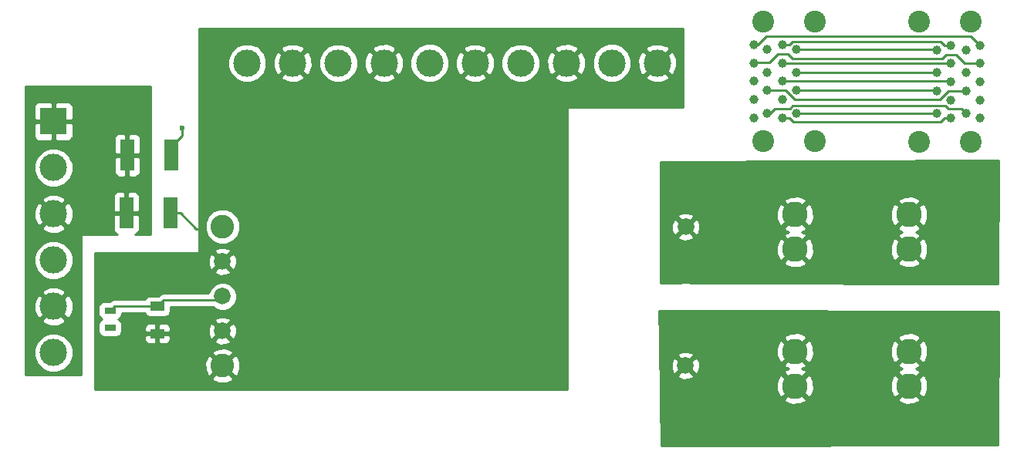
<source format=gbr>
G04 #@! TF.FileFunction,Copper,L1,Top,Signal*
%FSLAX46Y46*%
G04 Gerber Fmt 4.6, Leading zero omitted, Abs format (unit mm)*
G04 Created by KiCad (PCBNEW 4.0.7) date 04/30/18 00:58:58*
%MOMM*%
%LPD*%
G01*
G04 APERTURE LIST*
%ADD10C,0.100000*%
%ADD11R,1.600000X1.000000*%
%ADD12R,3.000000X3.000000*%
%ADD13C,3.000000*%
%ADD14C,2.800000*%
%ADD15C,2.590000*%
%ADD16C,1.830000*%
%ADD17R,1.600000X3.500000*%
%ADD18R,1.300000X0.700000*%
%ADD19C,2.400000*%
%ADD20C,1.000000*%
%ADD21C,0.600000*%
%ADD22C,0.250000*%
%ADD23C,0.254000*%
G04 APERTURE END LIST*
D10*
D11*
X74038032Y-146143286D03*
X74038032Y-143143286D03*
D12*
X62649100Y-122834400D03*
D13*
X62649100Y-127914400D03*
X62649100Y-132994400D03*
X62649100Y-138074400D03*
X62649100Y-143154400D03*
X62649100Y-148234400D03*
D14*
X144014800Y-133080600D03*
X144014800Y-136880600D03*
X156514800Y-133080600D03*
X156514800Y-136880600D03*
X144014800Y-148080600D03*
X144014800Y-151880600D03*
X156514800Y-148080600D03*
X156514800Y-151880600D03*
D15*
X81188700Y-149662000D03*
X81188700Y-134372000D03*
D16*
X81188700Y-145852000D03*
X81188700Y-142042000D03*
X81188700Y-138232000D03*
X131988700Y-149662000D03*
X132008700Y-134422000D03*
D17*
X70621440Y-132904538D03*
X75498240Y-132904538D03*
X75599840Y-126554538D03*
X70723040Y-126554538D03*
D13*
X128888700Y-116432000D03*
X123898700Y-116422000D03*
X118898700Y-116422000D03*
X113888700Y-116432000D03*
X108888700Y-116432000D03*
X103898700Y-116422000D03*
X98898700Y-116422000D03*
X93888700Y-116432000D03*
X88888700Y-116432000D03*
X83888700Y-116432000D03*
D18*
X68856432Y-145491686D03*
X68856432Y-143591686D03*
D19*
X157574500Y-125042200D03*
X163254500Y-125042200D03*
X163254500Y-111902200D03*
X157584500Y-111902200D03*
D20*
X159574500Y-114972200D03*
X159574500Y-121972200D03*
X159574500Y-119472200D03*
X159574500Y-117472200D03*
X161074500Y-114472200D03*
X161074500Y-116472200D03*
X161074500Y-118462200D03*
X161074500Y-120472200D03*
X161074500Y-122472200D03*
X162774500Y-121972200D03*
X162774500Y-119472200D03*
X162774500Y-117472200D03*
X162774500Y-114972200D03*
X164274500Y-114472200D03*
X164274500Y-116472200D03*
X164274500Y-118472200D03*
X164274500Y-120472200D03*
X164274500Y-122472200D03*
D19*
X146161600Y-125001600D03*
X140481600Y-125001600D03*
X140481600Y-111861600D03*
X146151600Y-111861600D03*
D20*
X144161600Y-114931600D03*
X144161600Y-121931600D03*
X144161600Y-119431600D03*
X144161600Y-117431600D03*
X142661600Y-114431600D03*
X142661600Y-116431600D03*
X142661600Y-118421600D03*
X142661600Y-120431600D03*
X142661600Y-122431600D03*
X140961600Y-121931600D03*
X140961600Y-119431600D03*
X140961600Y-117431600D03*
X140961600Y-114931600D03*
X139461600Y-114431600D03*
X139461600Y-116431600D03*
X139461600Y-118431600D03*
X139461600Y-120431600D03*
X139461600Y-122431600D03*
D21*
X76788700Y-123532000D03*
D22*
X75599840Y-126554538D02*
X75599840Y-125604538D01*
X75599840Y-125604538D02*
X76788700Y-124415678D01*
X76788700Y-124415678D02*
X76788700Y-123532000D01*
X78275702Y-134632000D02*
X78688700Y-134632000D01*
X75498240Y-132904538D02*
X76548240Y-132904538D01*
X76548240Y-132904538D02*
X78275702Y-134632000D01*
X74038032Y-143143286D02*
X69304832Y-143143286D01*
X69304832Y-143143286D02*
X68856432Y-143591686D01*
X81188700Y-142432000D02*
X74749318Y-142432000D01*
X74749318Y-142432000D02*
X74038032Y-143143286D01*
X159533900Y-114931600D02*
X159574500Y-114972200D01*
X144161600Y-114931600D02*
X159533900Y-114931600D01*
X144161600Y-121931600D02*
X159533900Y-121931600D01*
X159533900Y-121931600D02*
X159574500Y-121972200D01*
X144161600Y-119431600D02*
X159533900Y-119431600D01*
X159533900Y-119431600D02*
X159574500Y-119472200D01*
X144161600Y-117431600D02*
X159533900Y-117431600D01*
X159533900Y-117431600D02*
X159574500Y-117472200D01*
X143743696Y-114056610D02*
X159951804Y-114056610D01*
X142661600Y-114431600D02*
X143368706Y-114431600D01*
X159951804Y-114056610D02*
X160367394Y-114472200D01*
X143368706Y-114431600D02*
X143743696Y-114056610D01*
X160367394Y-114472200D02*
X161074500Y-114472200D01*
X142661600Y-116431600D02*
X161033900Y-116431600D01*
X161033900Y-116431600D02*
X161074500Y-116472200D01*
X142661600Y-118421600D02*
X161033900Y-118421600D01*
X161033900Y-118421600D02*
X161074500Y-118462200D01*
X161033900Y-120431600D02*
X161074500Y-120472200D01*
X142661600Y-122431600D02*
X143368706Y-122431600D01*
X143368706Y-122431600D02*
X143784296Y-122847190D01*
X143784296Y-122847190D02*
X159992404Y-122847190D01*
X159992404Y-122847190D02*
X160367394Y-122472200D01*
X160367394Y-122472200D02*
X161074500Y-122472200D01*
X140961600Y-121931600D02*
X141264849Y-121931600D01*
X141264849Y-121931600D02*
X141764848Y-121431601D01*
X141764848Y-121431601D02*
X143440597Y-121431601D01*
X143440597Y-121431601D02*
X143765599Y-121106599D01*
X143765599Y-121106599D02*
X160487897Y-121106599D01*
X160487897Y-121106599D02*
X160853499Y-121472201D01*
X160853499Y-121472201D02*
X162274501Y-121472201D01*
X162274501Y-121472201D02*
X162774500Y-121972200D01*
X140961600Y-119431600D02*
X142940598Y-119431600D01*
X160853498Y-119472200D02*
X162067394Y-119472200D01*
X162067394Y-119472200D02*
X162774500Y-119472200D01*
X142940598Y-119431600D02*
X143976061Y-120467063D01*
X143976061Y-120467063D02*
X159858635Y-120467063D01*
X159858635Y-120467063D02*
X160853498Y-119472200D01*
X139461600Y-114431600D02*
X139913605Y-114431600D01*
X139913605Y-114431600D02*
X140887689Y-113457516D01*
X140887689Y-113457516D02*
X163259816Y-113457516D01*
X163259816Y-113457516D02*
X164274500Y-114472200D01*
X139461600Y-116431600D02*
X139508003Y-116385197D01*
X142122315Y-115463372D02*
X143203922Y-115463372D01*
X139508003Y-116385197D02*
X141200490Y-116385197D01*
X160561940Y-115496029D02*
X161635551Y-115496029D01*
X141200490Y-116385197D02*
X142122315Y-115463372D01*
X143203922Y-115463372D02*
X143687725Y-115947175D01*
X143687725Y-115947175D02*
X160110794Y-115947175D01*
X161635551Y-115496029D02*
X162611722Y-116472200D01*
X160110794Y-115947175D02*
X160561940Y-115496029D01*
X163567394Y-116472200D02*
X164274500Y-116472200D01*
X162611722Y-116472200D02*
X163567394Y-116472200D01*
D23*
G36*
X131711700Y-121285000D02*
X119138700Y-121285000D01*
X119089290Y-121295006D01*
X119047665Y-121323447D01*
X119020385Y-121365841D01*
X119011700Y-121412000D01*
X119011700Y-152273000D01*
X67195700Y-152273000D01*
X67195700Y-151027846D01*
X80002459Y-151027846D01*
X80137206Y-151325322D01*
X80853772Y-151601099D01*
X81621328Y-151581665D01*
X82240194Y-151325322D01*
X82374941Y-151027846D01*
X81188700Y-149841605D01*
X80002459Y-151027846D01*
X67195700Y-151027846D01*
X67195700Y-149327072D01*
X79249601Y-149327072D01*
X79269035Y-150094628D01*
X79525378Y-150713494D01*
X79822854Y-150848241D01*
X81009095Y-149662000D01*
X81368305Y-149662000D01*
X82554546Y-150848241D01*
X82852022Y-150713494D01*
X83127799Y-149996928D01*
X83108365Y-149229372D01*
X82852022Y-148610506D01*
X82554546Y-148475759D01*
X81368305Y-149662000D01*
X81009095Y-149662000D01*
X79822854Y-148475759D01*
X79525378Y-148610506D01*
X79249601Y-149327072D01*
X67195700Y-149327072D01*
X67195700Y-148296154D01*
X80002459Y-148296154D01*
X81188700Y-149482395D01*
X82374941Y-148296154D01*
X82240194Y-147998678D01*
X81523628Y-147722901D01*
X80756072Y-147742335D01*
X80137206Y-147998678D01*
X80002459Y-148296154D01*
X67195700Y-148296154D01*
X67195700Y-143241686D01*
X67558992Y-143241686D01*
X67558992Y-143941686D01*
X67603270Y-144177003D01*
X67742342Y-144393127D01*
X67954542Y-144538117D01*
X67967629Y-144540767D01*
X67754991Y-144677596D01*
X67610001Y-144889796D01*
X67558992Y-145141686D01*
X67558992Y-145841686D01*
X67603270Y-146077003D01*
X67742342Y-146293127D01*
X67954542Y-146438117D01*
X68206432Y-146489126D01*
X69506432Y-146489126D01*
X69741749Y-146444848D01*
X69766321Y-146429036D01*
X72603032Y-146429036D01*
X72603032Y-146769595D01*
X72699705Y-147002984D01*
X72878333Y-147181613D01*
X73111722Y-147278286D01*
X73752282Y-147278286D01*
X73911032Y-147119536D01*
X73911032Y-146270286D01*
X74165032Y-146270286D01*
X74165032Y-147119536D01*
X74323782Y-147278286D01*
X74964342Y-147278286D01*
X75197731Y-147181613D01*
X75376359Y-147002984D01*
X75401197Y-146943018D01*
X80277287Y-146943018D01*
X80365534Y-147201057D01*
X80944455Y-147413378D01*
X81560561Y-147387994D01*
X82011866Y-147201057D01*
X82100113Y-146943018D01*
X81188700Y-146031605D01*
X80277287Y-146943018D01*
X75401197Y-146943018D01*
X75473032Y-146769595D01*
X75473032Y-146429036D01*
X75314282Y-146270286D01*
X74165032Y-146270286D01*
X73911032Y-146270286D01*
X72761782Y-146270286D01*
X72603032Y-146429036D01*
X69766321Y-146429036D01*
X69957873Y-146305776D01*
X70102863Y-146093576D01*
X70153872Y-145841686D01*
X70153872Y-145516977D01*
X72603032Y-145516977D01*
X72603032Y-145857536D01*
X72761782Y-146016286D01*
X73911032Y-146016286D01*
X73911032Y-145167036D01*
X74165032Y-145167036D01*
X74165032Y-146016286D01*
X75314282Y-146016286D01*
X75473032Y-145857536D01*
X75473032Y-145607755D01*
X79627322Y-145607755D01*
X79652706Y-146223861D01*
X79839643Y-146675166D01*
X80097682Y-146763413D01*
X81009095Y-145852000D01*
X81368305Y-145852000D01*
X82279718Y-146763413D01*
X82537757Y-146675166D01*
X82750078Y-146096245D01*
X82724694Y-145480139D01*
X82537757Y-145028834D01*
X82279718Y-144940587D01*
X81368305Y-145852000D01*
X81009095Y-145852000D01*
X80097682Y-144940587D01*
X79839643Y-145028834D01*
X79627322Y-145607755D01*
X75473032Y-145607755D01*
X75473032Y-145516977D01*
X75376359Y-145283588D01*
X75197731Y-145104959D01*
X74964342Y-145008286D01*
X74323782Y-145008286D01*
X74165032Y-145167036D01*
X73911032Y-145167036D01*
X73752282Y-145008286D01*
X73111722Y-145008286D01*
X72878333Y-145104959D01*
X72699705Y-145283588D01*
X72603032Y-145516977D01*
X70153872Y-145516977D01*
X70153872Y-145141686D01*
X70109594Y-144906369D01*
X70016041Y-144760982D01*
X80277287Y-144760982D01*
X81188700Y-145672395D01*
X82100113Y-144760982D01*
X82011866Y-144502943D01*
X81432945Y-144290622D01*
X80816839Y-144316006D01*
X80365534Y-144502943D01*
X80277287Y-144760982D01*
X70016041Y-144760982D01*
X69970522Y-144690245D01*
X69758322Y-144545255D01*
X69745235Y-144542605D01*
X69957873Y-144405776D01*
X70102863Y-144193576D01*
X70153872Y-143941686D01*
X70153872Y-143903286D01*
X72650753Y-143903286D01*
X72773942Y-144094727D01*
X72986142Y-144239717D01*
X73238032Y-144290726D01*
X74838032Y-144290726D01*
X75073349Y-144246448D01*
X75289473Y-144107376D01*
X75434463Y-143895176D01*
X75485472Y-143643286D01*
X75485472Y-143192000D01*
X80146574Y-143192000D01*
X80309549Y-143355260D01*
X80879033Y-143591730D01*
X81495661Y-143592268D01*
X82065557Y-143356792D01*
X82501960Y-142921151D01*
X82738430Y-142351667D01*
X82738968Y-141735039D01*
X82503492Y-141165143D01*
X82067851Y-140728740D01*
X81498367Y-140492270D01*
X80881739Y-140491732D01*
X80311843Y-140727208D01*
X79875440Y-141162849D01*
X79664022Y-141672000D01*
X74749318Y-141672000D01*
X74458478Y-141729852D01*
X74211917Y-141894599D01*
X74110670Y-141995846D01*
X73238032Y-141995846D01*
X73002715Y-142040124D01*
X72786591Y-142179196D01*
X72647142Y-142383286D01*
X69304832Y-142383286D01*
X69013992Y-142441138D01*
X68784850Y-142594246D01*
X68206432Y-142594246D01*
X67971115Y-142638524D01*
X67754991Y-142777596D01*
X67610001Y-142989796D01*
X67558992Y-143241686D01*
X67195700Y-143241686D01*
X67195700Y-139323018D01*
X80277287Y-139323018D01*
X80365534Y-139581057D01*
X80944455Y-139793378D01*
X81560561Y-139767994D01*
X82011866Y-139581057D01*
X82100113Y-139323018D01*
X81188700Y-138411605D01*
X80277287Y-139323018D01*
X67195700Y-139323018D01*
X67195700Y-137987755D01*
X79627322Y-137987755D01*
X79652706Y-138603861D01*
X79839643Y-139055166D01*
X80097682Y-139143413D01*
X81009095Y-138232000D01*
X81368305Y-138232000D01*
X82279718Y-139143413D01*
X82537757Y-139055166D01*
X82750078Y-138476245D01*
X82724694Y-137860139D01*
X82537757Y-137408834D01*
X82279718Y-137320587D01*
X81368305Y-138232000D01*
X81009095Y-138232000D01*
X80097682Y-137320587D01*
X79839643Y-137408834D01*
X79627322Y-137987755D01*
X67195700Y-137987755D01*
X67195700Y-137287000D01*
X78498700Y-137287000D01*
X78548110Y-137276994D01*
X78589735Y-137248553D01*
X78617015Y-137206159D01*
X78625700Y-137160000D01*
X78625700Y-137140982D01*
X80277287Y-137140982D01*
X81188700Y-138052395D01*
X82100113Y-137140982D01*
X82011866Y-136882943D01*
X81432945Y-136670622D01*
X80816839Y-136696006D01*
X80365534Y-136882943D01*
X80277287Y-137140982D01*
X78625700Y-137140982D01*
X78625700Y-134754216D01*
X79258366Y-134754216D01*
X79551572Y-135463829D01*
X80094015Y-136007220D01*
X80803115Y-136301664D01*
X81570916Y-136302334D01*
X82280529Y-136009128D01*
X82823920Y-135466685D01*
X83118364Y-134757585D01*
X83119034Y-133989784D01*
X82825828Y-133280171D01*
X82283385Y-132736780D01*
X81574285Y-132442336D01*
X80806484Y-132441666D01*
X80096871Y-132734872D01*
X79553480Y-133277315D01*
X79259036Y-133986415D01*
X79258366Y-134754216D01*
X78625700Y-134754216D01*
X78625700Y-116854815D01*
X81753330Y-116854815D01*
X82077680Y-117639800D01*
X82677741Y-118240909D01*
X83462159Y-118566628D01*
X84311515Y-118567370D01*
X85096500Y-118243020D01*
X85394068Y-117945970D01*
X87554335Y-117945970D01*
X87714118Y-118264739D01*
X88504887Y-118574723D01*
X89354087Y-118558497D01*
X90063282Y-118264739D01*
X90223065Y-117945970D01*
X88888700Y-116611605D01*
X87554335Y-117945970D01*
X85394068Y-117945970D01*
X85697609Y-117642959D01*
X86023328Y-116858541D01*
X86024035Y-116048187D01*
X86745977Y-116048187D01*
X86762203Y-116897387D01*
X87055961Y-117606582D01*
X87374730Y-117766365D01*
X88709095Y-116432000D01*
X89068305Y-116432000D01*
X90402670Y-117766365D01*
X90721439Y-117606582D01*
X91016134Y-116854815D01*
X91753330Y-116854815D01*
X92077680Y-117639800D01*
X92677741Y-118240909D01*
X93462159Y-118566628D01*
X94311515Y-118567370D01*
X95096500Y-118243020D01*
X95404086Y-117935970D01*
X97564335Y-117935970D01*
X97724118Y-118254739D01*
X98514887Y-118564723D01*
X99364087Y-118548497D01*
X100073282Y-118254739D01*
X100233065Y-117935970D01*
X98898700Y-116601605D01*
X97564335Y-117935970D01*
X95404086Y-117935970D01*
X95697609Y-117642959D01*
X96023328Y-116858541D01*
X96024044Y-116038187D01*
X96755977Y-116038187D01*
X96772203Y-116887387D01*
X97065961Y-117596582D01*
X97384730Y-117756365D01*
X98719095Y-116422000D01*
X99078305Y-116422000D01*
X100412670Y-117756365D01*
X100731439Y-117596582D01*
X101026134Y-116844815D01*
X101763330Y-116844815D01*
X102087680Y-117629800D01*
X102687741Y-118230909D01*
X103472159Y-118556628D01*
X104321515Y-118557370D01*
X105106500Y-118233020D01*
X105394051Y-117945970D01*
X107554335Y-117945970D01*
X107714118Y-118264739D01*
X108504887Y-118574723D01*
X109354087Y-118558497D01*
X110063282Y-118264739D01*
X110223065Y-117945970D01*
X108888700Y-116611605D01*
X107554335Y-117945970D01*
X105394051Y-117945970D01*
X105707609Y-117632959D01*
X106033328Y-116848541D01*
X106034027Y-116048187D01*
X106745977Y-116048187D01*
X106762203Y-116897387D01*
X107055961Y-117606582D01*
X107374730Y-117766365D01*
X108709095Y-116432000D01*
X109068305Y-116432000D01*
X110402670Y-117766365D01*
X110721439Y-117606582D01*
X111016134Y-116854815D01*
X111753330Y-116854815D01*
X112077680Y-117639800D01*
X112677741Y-118240909D01*
X113462159Y-118566628D01*
X114311515Y-118567370D01*
X115096500Y-118243020D01*
X115404086Y-117935970D01*
X117564335Y-117935970D01*
X117724118Y-118254739D01*
X118514887Y-118564723D01*
X119364087Y-118548497D01*
X120073282Y-118254739D01*
X120233065Y-117935970D01*
X118898700Y-116601605D01*
X117564335Y-117935970D01*
X115404086Y-117935970D01*
X115697609Y-117642959D01*
X116023328Y-116858541D01*
X116024044Y-116038187D01*
X116755977Y-116038187D01*
X116772203Y-116887387D01*
X117065961Y-117596582D01*
X117384730Y-117756365D01*
X118719095Y-116422000D01*
X119078305Y-116422000D01*
X120412670Y-117756365D01*
X120731439Y-117596582D01*
X121026134Y-116844815D01*
X121763330Y-116844815D01*
X122087680Y-117629800D01*
X122687741Y-118230909D01*
X123472159Y-118556628D01*
X124321515Y-118557370D01*
X125106500Y-118233020D01*
X125394051Y-117945970D01*
X127554335Y-117945970D01*
X127714118Y-118264739D01*
X128504887Y-118574723D01*
X129354087Y-118558497D01*
X130063282Y-118264739D01*
X130223065Y-117945970D01*
X128888700Y-116611605D01*
X127554335Y-117945970D01*
X125394051Y-117945970D01*
X125707609Y-117632959D01*
X126033328Y-116848541D01*
X126034027Y-116048187D01*
X126745977Y-116048187D01*
X126762203Y-116897387D01*
X127055961Y-117606582D01*
X127374730Y-117766365D01*
X128709095Y-116432000D01*
X129068305Y-116432000D01*
X130402670Y-117766365D01*
X130721439Y-117606582D01*
X131031423Y-116815813D01*
X131015197Y-115966613D01*
X130721439Y-115257418D01*
X130402670Y-115097635D01*
X129068305Y-116432000D01*
X128709095Y-116432000D01*
X127374730Y-115097635D01*
X127055961Y-115257418D01*
X126745977Y-116048187D01*
X126034027Y-116048187D01*
X126034070Y-115999185D01*
X125709720Y-115214200D01*
X125414067Y-114918030D01*
X127554335Y-114918030D01*
X128888700Y-116252395D01*
X130223065Y-114918030D01*
X130063282Y-114599261D01*
X129272513Y-114289277D01*
X128423313Y-114305503D01*
X127714118Y-114599261D01*
X127554335Y-114918030D01*
X125414067Y-114918030D01*
X125109659Y-114613091D01*
X124325241Y-114287372D01*
X123475885Y-114286630D01*
X122690900Y-114610980D01*
X122089791Y-115211041D01*
X121764072Y-115995459D01*
X121763330Y-116844815D01*
X121026134Y-116844815D01*
X121041423Y-116805813D01*
X121025197Y-115956613D01*
X120731439Y-115247418D01*
X120412670Y-115087635D01*
X119078305Y-116422000D01*
X118719095Y-116422000D01*
X117384730Y-115087635D01*
X117065961Y-115247418D01*
X116755977Y-116038187D01*
X116024044Y-116038187D01*
X116024070Y-116009185D01*
X115699720Y-115224200D01*
X115384102Y-114908030D01*
X117564335Y-114908030D01*
X118898700Y-116242395D01*
X120233065Y-114908030D01*
X120073282Y-114589261D01*
X119282513Y-114279277D01*
X118433313Y-114295503D01*
X117724118Y-114589261D01*
X117564335Y-114908030D01*
X115384102Y-114908030D01*
X115099659Y-114623091D01*
X114315241Y-114297372D01*
X113465885Y-114296630D01*
X112680900Y-114620980D01*
X112079791Y-115221041D01*
X111754072Y-116005459D01*
X111753330Y-116854815D01*
X111016134Y-116854815D01*
X111031423Y-116815813D01*
X111015197Y-115966613D01*
X110721439Y-115257418D01*
X110402670Y-115097635D01*
X109068305Y-116432000D01*
X108709095Y-116432000D01*
X107374730Y-115097635D01*
X107055961Y-115257418D01*
X106745977Y-116048187D01*
X106034027Y-116048187D01*
X106034070Y-115999185D01*
X105709720Y-115214200D01*
X105414067Y-114918030D01*
X107554335Y-114918030D01*
X108888700Y-116252395D01*
X110223065Y-114918030D01*
X110063282Y-114599261D01*
X109272513Y-114289277D01*
X108423313Y-114305503D01*
X107714118Y-114599261D01*
X107554335Y-114918030D01*
X105414067Y-114918030D01*
X105109659Y-114613091D01*
X104325241Y-114287372D01*
X103475885Y-114286630D01*
X102690900Y-114610980D01*
X102089791Y-115211041D01*
X101764072Y-115995459D01*
X101763330Y-116844815D01*
X101026134Y-116844815D01*
X101041423Y-116805813D01*
X101025197Y-115956613D01*
X100731439Y-115247418D01*
X100412670Y-115087635D01*
X99078305Y-116422000D01*
X98719095Y-116422000D01*
X97384730Y-115087635D01*
X97065961Y-115247418D01*
X96755977Y-116038187D01*
X96024044Y-116038187D01*
X96024070Y-116009185D01*
X95699720Y-115224200D01*
X95384102Y-114908030D01*
X97564335Y-114908030D01*
X98898700Y-116242395D01*
X100233065Y-114908030D01*
X100073282Y-114589261D01*
X99282513Y-114279277D01*
X98433313Y-114295503D01*
X97724118Y-114589261D01*
X97564335Y-114908030D01*
X95384102Y-114908030D01*
X95099659Y-114623091D01*
X94315241Y-114297372D01*
X93465885Y-114296630D01*
X92680900Y-114620980D01*
X92079791Y-115221041D01*
X91754072Y-116005459D01*
X91753330Y-116854815D01*
X91016134Y-116854815D01*
X91031423Y-116815813D01*
X91015197Y-115966613D01*
X90721439Y-115257418D01*
X90402670Y-115097635D01*
X89068305Y-116432000D01*
X88709095Y-116432000D01*
X87374730Y-115097635D01*
X87055961Y-115257418D01*
X86745977Y-116048187D01*
X86024035Y-116048187D01*
X86024070Y-116009185D01*
X85699720Y-115224200D01*
X85394084Y-114918030D01*
X87554335Y-114918030D01*
X88888700Y-116252395D01*
X90223065Y-114918030D01*
X90063282Y-114599261D01*
X89272513Y-114289277D01*
X88423313Y-114305503D01*
X87714118Y-114599261D01*
X87554335Y-114918030D01*
X85394084Y-114918030D01*
X85099659Y-114623091D01*
X84315241Y-114297372D01*
X83465885Y-114296630D01*
X82680900Y-114620980D01*
X82079791Y-115221041D01*
X81754072Y-116005459D01*
X81753330Y-116854815D01*
X78625700Y-116854815D01*
X78625700Y-112649000D01*
X131711700Y-112649000D01*
X131711700Y-121285000D01*
X131711700Y-121285000D01*
G37*
X131711700Y-121285000D02*
X119138700Y-121285000D01*
X119089290Y-121295006D01*
X119047665Y-121323447D01*
X119020385Y-121365841D01*
X119011700Y-121412000D01*
X119011700Y-152273000D01*
X67195700Y-152273000D01*
X67195700Y-151027846D01*
X80002459Y-151027846D01*
X80137206Y-151325322D01*
X80853772Y-151601099D01*
X81621328Y-151581665D01*
X82240194Y-151325322D01*
X82374941Y-151027846D01*
X81188700Y-149841605D01*
X80002459Y-151027846D01*
X67195700Y-151027846D01*
X67195700Y-149327072D01*
X79249601Y-149327072D01*
X79269035Y-150094628D01*
X79525378Y-150713494D01*
X79822854Y-150848241D01*
X81009095Y-149662000D01*
X81368305Y-149662000D01*
X82554546Y-150848241D01*
X82852022Y-150713494D01*
X83127799Y-149996928D01*
X83108365Y-149229372D01*
X82852022Y-148610506D01*
X82554546Y-148475759D01*
X81368305Y-149662000D01*
X81009095Y-149662000D01*
X79822854Y-148475759D01*
X79525378Y-148610506D01*
X79249601Y-149327072D01*
X67195700Y-149327072D01*
X67195700Y-148296154D01*
X80002459Y-148296154D01*
X81188700Y-149482395D01*
X82374941Y-148296154D01*
X82240194Y-147998678D01*
X81523628Y-147722901D01*
X80756072Y-147742335D01*
X80137206Y-147998678D01*
X80002459Y-148296154D01*
X67195700Y-148296154D01*
X67195700Y-143241686D01*
X67558992Y-143241686D01*
X67558992Y-143941686D01*
X67603270Y-144177003D01*
X67742342Y-144393127D01*
X67954542Y-144538117D01*
X67967629Y-144540767D01*
X67754991Y-144677596D01*
X67610001Y-144889796D01*
X67558992Y-145141686D01*
X67558992Y-145841686D01*
X67603270Y-146077003D01*
X67742342Y-146293127D01*
X67954542Y-146438117D01*
X68206432Y-146489126D01*
X69506432Y-146489126D01*
X69741749Y-146444848D01*
X69766321Y-146429036D01*
X72603032Y-146429036D01*
X72603032Y-146769595D01*
X72699705Y-147002984D01*
X72878333Y-147181613D01*
X73111722Y-147278286D01*
X73752282Y-147278286D01*
X73911032Y-147119536D01*
X73911032Y-146270286D01*
X74165032Y-146270286D01*
X74165032Y-147119536D01*
X74323782Y-147278286D01*
X74964342Y-147278286D01*
X75197731Y-147181613D01*
X75376359Y-147002984D01*
X75401197Y-146943018D01*
X80277287Y-146943018D01*
X80365534Y-147201057D01*
X80944455Y-147413378D01*
X81560561Y-147387994D01*
X82011866Y-147201057D01*
X82100113Y-146943018D01*
X81188700Y-146031605D01*
X80277287Y-146943018D01*
X75401197Y-146943018D01*
X75473032Y-146769595D01*
X75473032Y-146429036D01*
X75314282Y-146270286D01*
X74165032Y-146270286D01*
X73911032Y-146270286D01*
X72761782Y-146270286D01*
X72603032Y-146429036D01*
X69766321Y-146429036D01*
X69957873Y-146305776D01*
X70102863Y-146093576D01*
X70153872Y-145841686D01*
X70153872Y-145516977D01*
X72603032Y-145516977D01*
X72603032Y-145857536D01*
X72761782Y-146016286D01*
X73911032Y-146016286D01*
X73911032Y-145167036D01*
X74165032Y-145167036D01*
X74165032Y-146016286D01*
X75314282Y-146016286D01*
X75473032Y-145857536D01*
X75473032Y-145607755D01*
X79627322Y-145607755D01*
X79652706Y-146223861D01*
X79839643Y-146675166D01*
X80097682Y-146763413D01*
X81009095Y-145852000D01*
X81368305Y-145852000D01*
X82279718Y-146763413D01*
X82537757Y-146675166D01*
X82750078Y-146096245D01*
X82724694Y-145480139D01*
X82537757Y-145028834D01*
X82279718Y-144940587D01*
X81368305Y-145852000D01*
X81009095Y-145852000D01*
X80097682Y-144940587D01*
X79839643Y-145028834D01*
X79627322Y-145607755D01*
X75473032Y-145607755D01*
X75473032Y-145516977D01*
X75376359Y-145283588D01*
X75197731Y-145104959D01*
X74964342Y-145008286D01*
X74323782Y-145008286D01*
X74165032Y-145167036D01*
X73911032Y-145167036D01*
X73752282Y-145008286D01*
X73111722Y-145008286D01*
X72878333Y-145104959D01*
X72699705Y-145283588D01*
X72603032Y-145516977D01*
X70153872Y-145516977D01*
X70153872Y-145141686D01*
X70109594Y-144906369D01*
X70016041Y-144760982D01*
X80277287Y-144760982D01*
X81188700Y-145672395D01*
X82100113Y-144760982D01*
X82011866Y-144502943D01*
X81432945Y-144290622D01*
X80816839Y-144316006D01*
X80365534Y-144502943D01*
X80277287Y-144760982D01*
X70016041Y-144760982D01*
X69970522Y-144690245D01*
X69758322Y-144545255D01*
X69745235Y-144542605D01*
X69957873Y-144405776D01*
X70102863Y-144193576D01*
X70153872Y-143941686D01*
X70153872Y-143903286D01*
X72650753Y-143903286D01*
X72773942Y-144094727D01*
X72986142Y-144239717D01*
X73238032Y-144290726D01*
X74838032Y-144290726D01*
X75073349Y-144246448D01*
X75289473Y-144107376D01*
X75434463Y-143895176D01*
X75485472Y-143643286D01*
X75485472Y-143192000D01*
X80146574Y-143192000D01*
X80309549Y-143355260D01*
X80879033Y-143591730D01*
X81495661Y-143592268D01*
X82065557Y-143356792D01*
X82501960Y-142921151D01*
X82738430Y-142351667D01*
X82738968Y-141735039D01*
X82503492Y-141165143D01*
X82067851Y-140728740D01*
X81498367Y-140492270D01*
X80881739Y-140491732D01*
X80311843Y-140727208D01*
X79875440Y-141162849D01*
X79664022Y-141672000D01*
X74749318Y-141672000D01*
X74458478Y-141729852D01*
X74211917Y-141894599D01*
X74110670Y-141995846D01*
X73238032Y-141995846D01*
X73002715Y-142040124D01*
X72786591Y-142179196D01*
X72647142Y-142383286D01*
X69304832Y-142383286D01*
X69013992Y-142441138D01*
X68784850Y-142594246D01*
X68206432Y-142594246D01*
X67971115Y-142638524D01*
X67754991Y-142777596D01*
X67610001Y-142989796D01*
X67558992Y-143241686D01*
X67195700Y-143241686D01*
X67195700Y-139323018D01*
X80277287Y-139323018D01*
X80365534Y-139581057D01*
X80944455Y-139793378D01*
X81560561Y-139767994D01*
X82011866Y-139581057D01*
X82100113Y-139323018D01*
X81188700Y-138411605D01*
X80277287Y-139323018D01*
X67195700Y-139323018D01*
X67195700Y-137987755D01*
X79627322Y-137987755D01*
X79652706Y-138603861D01*
X79839643Y-139055166D01*
X80097682Y-139143413D01*
X81009095Y-138232000D01*
X81368305Y-138232000D01*
X82279718Y-139143413D01*
X82537757Y-139055166D01*
X82750078Y-138476245D01*
X82724694Y-137860139D01*
X82537757Y-137408834D01*
X82279718Y-137320587D01*
X81368305Y-138232000D01*
X81009095Y-138232000D01*
X80097682Y-137320587D01*
X79839643Y-137408834D01*
X79627322Y-137987755D01*
X67195700Y-137987755D01*
X67195700Y-137287000D01*
X78498700Y-137287000D01*
X78548110Y-137276994D01*
X78589735Y-137248553D01*
X78617015Y-137206159D01*
X78625700Y-137160000D01*
X78625700Y-137140982D01*
X80277287Y-137140982D01*
X81188700Y-138052395D01*
X82100113Y-137140982D01*
X82011866Y-136882943D01*
X81432945Y-136670622D01*
X80816839Y-136696006D01*
X80365534Y-136882943D01*
X80277287Y-137140982D01*
X78625700Y-137140982D01*
X78625700Y-134754216D01*
X79258366Y-134754216D01*
X79551572Y-135463829D01*
X80094015Y-136007220D01*
X80803115Y-136301664D01*
X81570916Y-136302334D01*
X82280529Y-136009128D01*
X82823920Y-135466685D01*
X83118364Y-134757585D01*
X83119034Y-133989784D01*
X82825828Y-133280171D01*
X82283385Y-132736780D01*
X81574285Y-132442336D01*
X80806484Y-132441666D01*
X80096871Y-132734872D01*
X79553480Y-133277315D01*
X79259036Y-133986415D01*
X79258366Y-134754216D01*
X78625700Y-134754216D01*
X78625700Y-116854815D01*
X81753330Y-116854815D01*
X82077680Y-117639800D01*
X82677741Y-118240909D01*
X83462159Y-118566628D01*
X84311515Y-118567370D01*
X85096500Y-118243020D01*
X85394068Y-117945970D01*
X87554335Y-117945970D01*
X87714118Y-118264739D01*
X88504887Y-118574723D01*
X89354087Y-118558497D01*
X90063282Y-118264739D01*
X90223065Y-117945970D01*
X88888700Y-116611605D01*
X87554335Y-117945970D01*
X85394068Y-117945970D01*
X85697609Y-117642959D01*
X86023328Y-116858541D01*
X86024035Y-116048187D01*
X86745977Y-116048187D01*
X86762203Y-116897387D01*
X87055961Y-117606582D01*
X87374730Y-117766365D01*
X88709095Y-116432000D01*
X89068305Y-116432000D01*
X90402670Y-117766365D01*
X90721439Y-117606582D01*
X91016134Y-116854815D01*
X91753330Y-116854815D01*
X92077680Y-117639800D01*
X92677741Y-118240909D01*
X93462159Y-118566628D01*
X94311515Y-118567370D01*
X95096500Y-118243020D01*
X95404086Y-117935970D01*
X97564335Y-117935970D01*
X97724118Y-118254739D01*
X98514887Y-118564723D01*
X99364087Y-118548497D01*
X100073282Y-118254739D01*
X100233065Y-117935970D01*
X98898700Y-116601605D01*
X97564335Y-117935970D01*
X95404086Y-117935970D01*
X95697609Y-117642959D01*
X96023328Y-116858541D01*
X96024044Y-116038187D01*
X96755977Y-116038187D01*
X96772203Y-116887387D01*
X97065961Y-117596582D01*
X97384730Y-117756365D01*
X98719095Y-116422000D01*
X99078305Y-116422000D01*
X100412670Y-117756365D01*
X100731439Y-117596582D01*
X101026134Y-116844815D01*
X101763330Y-116844815D01*
X102087680Y-117629800D01*
X102687741Y-118230909D01*
X103472159Y-118556628D01*
X104321515Y-118557370D01*
X105106500Y-118233020D01*
X105394051Y-117945970D01*
X107554335Y-117945970D01*
X107714118Y-118264739D01*
X108504887Y-118574723D01*
X109354087Y-118558497D01*
X110063282Y-118264739D01*
X110223065Y-117945970D01*
X108888700Y-116611605D01*
X107554335Y-117945970D01*
X105394051Y-117945970D01*
X105707609Y-117632959D01*
X106033328Y-116848541D01*
X106034027Y-116048187D01*
X106745977Y-116048187D01*
X106762203Y-116897387D01*
X107055961Y-117606582D01*
X107374730Y-117766365D01*
X108709095Y-116432000D01*
X109068305Y-116432000D01*
X110402670Y-117766365D01*
X110721439Y-117606582D01*
X111016134Y-116854815D01*
X111753330Y-116854815D01*
X112077680Y-117639800D01*
X112677741Y-118240909D01*
X113462159Y-118566628D01*
X114311515Y-118567370D01*
X115096500Y-118243020D01*
X115404086Y-117935970D01*
X117564335Y-117935970D01*
X117724118Y-118254739D01*
X118514887Y-118564723D01*
X119364087Y-118548497D01*
X120073282Y-118254739D01*
X120233065Y-117935970D01*
X118898700Y-116601605D01*
X117564335Y-117935970D01*
X115404086Y-117935970D01*
X115697609Y-117642959D01*
X116023328Y-116858541D01*
X116024044Y-116038187D01*
X116755977Y-116038187D01*
X116772203Y-116887387D01*
X117065961Y-117596582D01*
X117384730Y-117756365D01*
X118719095Y-116422000D01*
X119078305Y-116422000D01*
X120412670Y-117756365D01*
X120731439Y-117596582D01*
X121026134Y-116844815D01*
X121763330Y-116844815D01*
X122087680Y-117629800D01*
X122687741Y-118230909D01*
X123472159Y-118556628D01*
X124321515Y-118557370D01*
X125106500Y-118233020D01*
X125394051Y-117945970D01*
X127554335Y-117945970D01*
X127714118Y-118264739D01*
X128504887Y-118574723D01*
X129354087Y-118558497D01*
X130063282Y-118264739D01*
X130223065Y-117945970D01*
X128888700Y-116611605D01*
X127554335Y-117945970D01*
X125394051Y-117945970D01*
X125707609Y-117632959D01*
X126033328Y-116848541D01*
X126034027Y-116048187D01*
X126745977Y-116048187D01*
X126762203Y-116897387D01*
X127055961Y-117606582D01*
X127374730Y-117766365D01*
X128709095Y-116432000D01*
X129068305Y-116432000D01*
X130402670Y-117766365D01*
X130721439Y-117606582D01*
X131031423Y-116815813D01*
X131015197Y-115966613D01*
X130721439Y-115257418D01*
X130402670Y-115097635D01*
X129068305Y-116432000D01*
X128709095Y-116432000D01*
X127374730Y-115097635D01*
X127055961Y-115257418D01*
X126745977Y-116048187D01*
X126034027Y-116048187D01*
X126034070Y-115999185D01*
X125709720Y-115214200D01*
X125414067Y-114918030D01*
X127554335Y-114918030D01*
X128888700Y-116252395D01*
X130223065Y-114918030D01*
X130063282Y-114599261D01*
X129272513Y-114289277D01*
X128423313Y-114305503D01*
X127714118Y-114599261D01*
X127554335Y-114918030D01*
X125414067Y-114918030D01*
X125109659Y-114613091D01*
X124325241Y-114287372D01*
X123475885Y-114286630D01*
X122690900Y-114610980D01*
X122089791Y-115211041D01*
X121764072Y-115995459D01*
X121763330Y-116844815D01*
X121026134Y-116844815D01*
X121041423Y-116805813D01*
X121025197Y-115956613D01*
X120731439Y-115247418D01*
X120412670Y-115087635D01*
X119078305Y-116422000D01*
X118719095Y-116422000D01*
X117384730Y-115087635D01*
X117065961Y-115247418D01*
X116755977Y-116038187D01*
X116024044Y-116038187D01*
X116024070Y-116009185D01*
X115699720Y-115224200D01*
X115384102Y-114908030D01*
X117564335Y-114908030D01*
X118898700Y-116242395D01*
X120233065Y-114908030D01*
X120073282Y-114589261D01*
X119282513Y-114279277D01*
X118433313Y-114295503D01*
X117724118Y-114589261D01*
X117564335Y-114908030D01*
X115384102Y-114908030D01*
X115099659Y-114623091D01*
X114315241Y-114297372D01*
X113465885Y-114296630D01*
X112680900Y-114620980D01*
X112079791Y-115221041D01*
X111754072Y-116005459D01*
X111753330Y-116854815D01*
X111016134Y-116854815D01*
X111031423Y-116815813D01*
X111015197Y-115966613D01*
X110721439Y-115257418D01*
X110402670Y-115097635D01*
X109068305Y-116432000D01*
X108709095Y-116432000D01*
X107374730Y-115097635D01*
X107055961Y-115257418D01*
X106745977Y-116048187D01*
X106034027Y-116048187D01*
X106034070Y-115999185D01*
X105709720Y-115214200D01*
X105414067Y-114918030D01*
X107554335Y-114918030D01*
X108888700Y-116252395D01*
X110223065Y-114918030D01*
X110063282Y-114599261D01*
X109272513Y-114289277D01*
X108423313Y-114305503D01*
X107714118Y-114599261D01*
X107554335Y-114918030D01*
X105414067Y-114918030D01*
X105109659Y-114613091D01*
X104325241Y-114287372D01*
X103475885Y-114286630D01*
X102690900Y-114610980D01*
X102089791Y-115211041D01*
X101764072Y-115995459D01*
X101763330Y-116844815D01*
X101026134Y-116844815D01*
X101041423Y-116805813D01*
X101025197Y-115956613D01*
X100731439Y-115247418D01*
X100412670Y-115087635D01*
X99078305Y-116422000D01*
X98719095Y-116422000D01*
X97384730Y-115087635D01*
X97065961Y-115247418D01*
X96755977Y-116038187D01*
X96024044Y-116038187D01*
X96024070Y-116009185D01*
X95699720Y-115224200D01*
X95384102Y-114908030D01*
X97564335Y-114908030D01*
X98898700Y-116242395D01*
X100233065Y-114908030D01*
X100073282Y-114589261D01*
X99282513Y-114279277D01*
X98433313Y-114295503D01*
X97724118Y-114589261D01*
X97564335Y-114908030D01*
X95384102Y-114908030D01*
X95099659Y-114623091D01*
X94315241Y-114297372D01*
X93465885Y-114296630D01*
X92680900Y-114620980D01*
X92079791Y-115221041D01*
X91754072Y-116005459D01*
X91753330Y-116854815D01*
X91016134Y-116854815D01*
X91031423Y-116815813D01*
X91015197Y-115966613D01*
X90721439Y-115257418D01*
X90402670Y-115097635D01*
X89068305Y-116432000D01*
X88709095Y-116432000D01*
X87374730Y-115097635D01*
X87055961Y-115257418D01*
X86745977Y-116048187D01*
X86024035Y-116048187D01*
X86024070Y-116009185D01*
X85699720Y-115224200D01*
X85394084Y-114918030D01*
X87554335Y-114918030D01*
X88888700Y-116252395D01*
X90223065Y-114918030D01*
X90063282Y-114599261D01*
X89272513Y-114289277D01*
X88423313Y-114305503D01*
X87714118Y-114599261D01*
X87554335Y-114918030D01*
X85394084Y-114918030D01*
X85099659Y-114623091D01*
X84315241Y-114297372D01*
X83465885Y-114296630D01*
X82680900Y-114620980D01*
X82079791Y-115221041D01*
X81754072Y-116005459D01*
X81753330Y-116854815D01*
X78625700Y-116854815D01*
X78625700Y-112649000D01*
X131711700Y-112649000D01*
X131711700Y-121285000D01*
G36*
X73291700Y-135255000D02*
X71631131Y-135255000D01*
X71781138Y-135192865D01*
X71959767Y-135014237D01*
X72056440Y-134780848D01*
X72056440Y-133190288D01*
X71897690Y-133031538D01*
X70748440Y-133031538D01*
X70748440Y-133051538D01*
X70494440Y-133051538D01*
X70494440Y-133031538D01*
X69345190Y-133031538D01*
X69186440Y-133190288D01*
X69186440Y-134780848D01*
X69283113Y-135014237D01*
X69461742Y-135192865D01*
X69611749Y-135255000D01*
X65798700Y-135255000D01*
X65749290Y-135265006D01*
X65707665Y-135293447D01*
X65680385Y-135335841D01*
X65671700Y-135382000D01*
X65671700Y-150622000D01*
X59575700Y-150622000D01*
X59575700Y-148657215D01*
X60513730Y-148657215D01*
X60838080Y-149442200D01*
X61438141Y-150043309D01*
X62222559Y-150369028D01*
X63071915Y-150369770D01*
X63856900Y-150045420D01*
X64458009Y-149445359D01*
X64783728Y-148660941D01*
X64784470Y-147811585D01*
X64460120Y-147026600D01*
X63860059Y-146425491D01*
X63075641Y-146099772D01*
X62226285Y-146099030D01*
X61441300Y-146423380D01*
X60840191Y-147023441D01*
X60514472Y-147807859D01*
X60513730Y-148657215D01*
X59575700Y-148657215D01*
X59575700Y-144668370D01*
X61314735Y-144668370D01*
X61474518Y-144987139D01*
X62265287Y-145297123D01*
X63114487Y-145280897D01*
X63823682Y-144987139D01*
X63983465Y-144668370D01*
X62649100Y-143334005D01*
X61314735Y-144668370D01*
X59575700Y-144668370D01*
X59575700Y-142770587D01*
X60506377Y-142770587D01*
X60522603Y-143619787D01*
X60816361Y-144328982D01*
X61135130Y-144488765D01*
X62469495Y-143154400D01*
X62828705Y-143154400D01*
X64163070Y-144488765D01*
X64481839Y-144328982D01*
X64791823Y-143538213D01*
X64775597Y-142689013D01*
X64481839Y-141979818D01*
X64163070Y-141820035D01*
X62828705Y-143154400D01*
X62469495Y-143154400D01*
X61135130Y-141820035D01*
X60816361Y-141979818D01*
X60506377Y-142770587D01*
X59575700Y-142770587D01*
X59575700Y-141640430D01*
X61314735Y-141640430D01*
X62649100Y-142974795D01*
X63983465Y-141640430D01*
X63823682Y-141321661D01*
X63032913Y-141011677D01*
X62183713Y-141027903D01*
X61474518Y-141321661D01*
X61314735Y-141640430D01*
X59575700Y-141640430D01*
X59575700Y-138497215D01*
X60513730Y-138497215D01*
X60838080Y-139282200D01*
X61438141Y-139883309D01*
X62222559Y-140209028D01*
X63071915Y-140209770D01*
X63856900Y-139885420D01*
X64458009Y-139285359D01*
X64783728Y-138500941D01*
X64784470Y-137651585D01*
X64460120Y-136866600D01*
X63860059Y-136265491D01*
X63075641Y-135939772D01*
X62226285Y-135939030D01*
X61441300Y-136263380D01*
X60840191Y-136863441D01*
X60514472Y-137647859D01*
X60513730Y-138497215D01*
X59575700Y-138497215D01*
X59575700Y-134508370D01*
X61314735Y-134508370D01*
X61474518Y-134827139D01*
X62265287Y-135137123D01*
X63114487Y-135120897D01*
X63823682Y-134827139D01*
X63983465Y-134508370D01*
X62649100Y-133174005D01*
X61314735Y-134508370D01*
X59575700Y-134508370D01*
X59575700Y-132610587D01*
X60506377Y-132610587D01*
X60522603Y-133459787D01*
X60816361Y-134168982D01*
X61135130Y-134328765D01*
X62469495Y-132994400D01*
X62828705Y-132994400D01*
X64163070Y-134328765D01*
X64481839Y-134168982D01*
X64791823Y-133378213D01*
X64775597Y-132529013D01*
X64481839Y-131819818D01*
X64163070Y-131660035D01*
X62828705Y-132994400D01*
X62469495Y-132994400D01*
X61135130Y-131660035D01*
X60816361Y-131819818D01*
X60506377Y-132610587D01*
X59575700Y-132610587D01*
X59575700Y-131480430D01*
X61314735Y-131480430D01*
X62649100Y-132814795D01*
X63983465Y-131480430D01*
X63823682Y-131161661D01*
X63483295Y-131028228D01*
X69186440Y-131028228D01*
X69186440Y-132618788D01*
X69345190Y-132777538D01*
X70494440Y-132777538D01*
X70494440Y-130678288D01*
X70748440Y-130678288D01*
X70748440Y-132777538D01*
X71897690Y-132777538D01*
X72056440Y-132618788D01*
X72056440Y-131028228D01*
X71959767Y-130794839D01*
X71781138Y-130616211D01*
X71547749Y-130519538D01*
X70907190Y-130519538D01*
X70748440Y-130678288D01*
X70494440Y-130678288D01*
X70335690Y-130519538D01*
X69695131Y-130519538D01*
X69461742Y-130616211D01*
X69283113Y-130794839D01*
X69186440Y-131028228D01*
X63483295Y-131028228D01*
X63032913Y-130851677D01*
X62183713Y-130867903D01*
X61474518Y-131161661D01*
X61314735Y-131480430D01*
X59575700Y-131480430D01*
X59575700Y-128337215D01*
X60513730Y-128337215D01*
X60838080Y-129122200D01*
X61438141Y-129723309D01*
X62222559Y-130049028D01*
X63071915Y-130049770D01*
X63856900Y-129725420D01*
X64458009Y-129125359D01*
X64783728Y-128340941D01*
X64784470Y-127491585D01*
X64515359Y-126840288D01*
X69288040Y-126840288D01*
X69288040Y-128430848D01*
X69384713Y-128664237D01*
X69563342Y-128842865D01*
X69796731Y-128939538D01*
X70437290Y-128939538D01*
X70596040Y-128780788D01*
X70596040Y-126681538D01*
X70850040Y-126681538D01*
X70850040Y-128780788D01*
X71008790Y-128939538D01*
X71649349Y-128939538D01*
X71882738Y-128842865D01*
X72061367Y-128664237D01*
X72158040Y-128430848D01*
X72158040Y-126840288D01*
X71999290Y-126681538D01*
X70850040Y-126681538D01*
X70596040Y-126681538D01*
X69446790Y-126681538D01*
X69288040Y-126840288D01*
X64515359Y-126840288D01*
X64460120Y-126706600D01*
X63860059Y-126105491D01*
X63075641Y-125779772D01*
X62226285Y-125779030D01*
X61441300Y-126103380D01*
X60840191Y-126703441D01*
X60514472Y-127487859D01*
X60513730Y-128337215D01*
X59575700Y-128337215D01*
X59575700Y-123120150D01*
X60514100Y-123120150D01*
X60514100Y-124460709D01*
X60610773Y-124694098D01*
X60789401Y-124872727D01*
X61022790Y-124969400D01*
X62363350Y-124969400D01*
X62522100Y-124810650D01*
X62522100Y-122961400D01*
X62776100Y-122961400D01*
X62776100Y-124810650D01*
X62934850Y-124969400D01*
X64275410Y-124969400D01*
X64508799Y-124872727D01*
X64687427Y-124694098D01*
X64694000Y-124678228D01*
X69288040Y-124678228D01*
X69288040Y-126268788D01*
X69446790Y-126427538D01*
X70596040Y-126427538D01*
X70596040Y-124328288D01*
X70850040Y-124328288D01*
X70850040Y-126427538D01*
X71999290Y-126427538D01*
X72158040Y-126268788D01*
X72158040Y-124678228D01*
X72061367Y-124444839D01*
X71882738Y-124266211D01*
X71649349Y-124169538D01*
X71008790Y-124169538D01*
X70850040Y-124328288D01*
X70596040Y-124328288D01*
X70437290Y-124169538D01*
X69796731Y-124169538D01*
X69563342Y-124266211D01*
X69384713Y-124444839D01*
X69288040Y-124678228D01*
X64694000Y-124678228D01*
X64784100Y-124460709D01*
X64784100Y-123120150D01*
X64625350Y-122961400D01*
X62776100Y-122961400D01*
X62522100Y-122961400D01*
X60672850Y-122961400D01*
X60514100Y-123120150D01*
X59575700Y-123120150D01*
X59575700Y-121208091D01*
X60514100Y-121208091D01*
X60514100Y-122548650D01*
X60672850Y-122707400D01*
X62522100Y-122707400D01*
X62522100Y-120858150D01*
X62776100Y-120858150D01*
X62776100Y-122707400D01*
X64625350Y-122707400D01*
X64784100Y-122548650D01*
X64784100Y-121208091D01*
X64687427Y-120974702D01*
X64508799Y-120796073D01*
X64275410Y-120699400D01*
X62934850Y-120699400D01*
X62776100Y-120858150D01*
X62522100Y-120858150D01*
X62363350Y-120699400D01*
X61022790Y-120699400D01*
X60789401Y-120796073D01*
X60610773Y-120974702D01*
X60514100Y-121208091D01*
X59575700Y-121208091D01*
X59575700Y-118999000D01*
X73291700Y-118999000D01*
X73291700Y-135255000D01*
X73291700Y-135255000D01*
G37*
X73291700Y-135255000D02*
X71631131Y-135255000D01*
X71781138Y-135192865D01*
X71959767Y-135014237D01*
X72056440Y-134780848D01*
X72056440Y-133190288D01*
X71897690Y-133031538D01*
X70748440Y-133031538D01*
X70748440Y-133051538D01*
X70494440Y-133051538D01*
X70494440Y-133031538D01*
X69345190Y-133031538D01*
X69186440Y-133190288D01*
X69186440Y-134780848D01*
X69283113Y-135014237D01*
X69461742Y-135192865D01*
X69611749Y-135255000D01*
X65798700Y-135255000D01*
X65749290Y-135265006D01*
X65707665Y-135293447D01*
X65680385Y-135335841D01*
X65671700Y-135382000D01*
X65671700Y-150622000D01*
X59575700Y-150622000D01*
X59575700Y-148657215D01*
X60513730Y-148657215D01*
X60838080Y-149442200D01*
X61438141Y-150043309D01*
X62222559Y-150369028D01*
X63071915Y-150369770D01*
X63856900Y-150045420D01*
X64458009Y-149445359D01*
X64783728Y-148660941D01*
X64784470Y-147811585D01*
X64460120Y-147026600D01*
X63860059Y-146425491D01*
X63075641Y-146099772D01*
X62226285Y-146099030D01*
X61441300Y-146423380D01*
X60840191Y-147023441D01*
X60514472Y-147807859D01*
X60513730Y-148657215D01*
X59575700Y-148657215D01*
X59575700Y-144668370D01*
X61314735Y-144668370D01*
X61474518Y-144987139D01*
X62265287Y-145297123D01*
X63114487Y-145280897D01*
X63823682Y-144987139D01*
X63983465Y-144668370D01*
X62649100Y-143334005D01*
X61314735Y-144668370D01*
X59575700Y-144668370D01*
X59575700Y-142770587D01*
X60506377Y-142770587D01*
X60522603Y-143619787D01*
X60816361Y-144328982D01*
X61135130Y-144488765D01*
X62469495Y-143154400D01*
X62828705Y-143154400D01*
X64163070Y-144488765D01*
X64481839Y-144328982D01*
X64791823Y-143538213D01*
X64775597Y-142689013D01*
X64481839Y-141979818D01*
X64163070Y-141820035D01*
X62828705Y-143154400D01*
X62469495Y-143154400D01*
X61135130Y-141820035D01*
X60816361Y-141979818D01*
X60506377Y-142770587D01*
X59575700Y-142770587D01*
X59575700Y-141640430D01*
X61314735Y-141640430D01*
X62649100Y-142974795D01*
X63983465Y-141640430D01*
X63823682Y-141321661D01*
X63032913Y-141011677D01*
X62183713Y-141027903D01*
X61474518Y-141321661D01*
X61314735Y-141640430D01*
X59575700Y-141640430D01*
X59575700Y-138497215D01*
X60513730Y-138497215D01*
X60838080Y-139282200D01*
X61438141Y-139883309D01*
X62222559Y-140209028D01*
X63071915Y-140209770D01*
X63856900Y-139885420D01*
X64458009Y-139285359D01*
X64783728Y-138500941D01*
X64784470Y-137651585D01*
X64460120Y-136866600D01*
X63860059Y-136265491D01*
X63075641Y-135939772D01*
X62226285Y-135939030D01*
X61441300Y-136263380D01*
X60840191Y-136863441D01*
X60514472Y-137647859D01*
X60513730Y-138497215D01*
X59575700Y-138497215D01*
X59575700Y-134508370D01*
X61314735Y-134508370D01*
X61474518Y-134827139D01*
X62265287Y-135137123D01*
X63114487Y-135120897D01*
X63823682Y-134827139D01*
X63983465Y-134508370D01*
X62649100Y-133174005D01*
X61314735Y-134508370D01*
X59575700Y-134508370D01*
X59575700Y-132610587D01*
X60506377Y-132610587D01*
X60522603Y-133459787D01*
X60816361Y-134168982D01*
X61135130Y-134328765D01*
X62469495Y-132994400D01*
X62828705Y-132994400D01*
X64163070Y-134328765D01*
X64481839Y-134168982D01*
X64791823Y-133378213D01*
X64775597Y-132529013D01*
X64481839Y-131819818D01*
X64163070Y-131660035D01*
X62828705Y-132994400D01*
X62469495Y-132994400D01*
X61135130Y-131660035D01*
X60816361Y-131819818D01*
X60506377Y-132610587D01*
X59575700Y-132610587D01*
X59575700Y-131480430D01*
X61314735Y-131480430D01*
X62649100Y-132814795D01*
X63983465Y-131480430D01*
X63823682Y-131161661D01*
X63483295Y-131028228D01*
X69186440Y-131028228D01*
X69186440Y-132618788D01*
X69345190Y-132777538D01*
X70494440Y-132777538D01*
X70494440Y-130678288D01*
X70748440Y-130678288D01*
X70748440Y-132777538D01*
X71897690Y-132777538D01*
X72056440Y-132618788D01*
X72056440Y-131028228D01*
X71959767Y-130794839D01*
X71781138Y-130616211D01*
X71547749Y-130519538D01*
X70907190Y-130519538D01*
X70748440Y-130678288D01*
X70494440Y-130678288D01*
X70335690Y-130519538D01*
X69695131Y-130519538D01*
X69461742Y-130616211D01*
X69283113Y-130794839D01*
X69186440Y-131028228D01*
X63483295Y-131028228D01*
X63032913Y-130851677D01*
X62183713Y-130867903D01*
X61474518Y-131161661D01*
X61314735Y-131480430D01*
X59575700Y-131480430D01*
X59575700Y-128337215D01*
X60513730Y-128337215D01*
X60838080Y-129122200D01*
X61438141Y-129723309D01*
X62222559Y-130049028D01*
X63071915Y-130049770D01*
X63856900Y-129725420D01*
X64458009Y-129125359D01*
X64783728Y-128340941D01*
X64784470Y-127491585D01*
X64515359Y-126840288D01*
X69288040Y-126840288D01*
X69288040Y-128430848D01*
X69384713Y-128664237D01*
X69563342Y-128842865D01*
X69796731Y-128939538D01*
X70437290Y-128939538D01*
X70596040Y-128780788D01*
X70596040Y-126681538D01*
X70850040Y-126681538D01*
X70850040Y-128780788D01*
X71008790Y-128939538D01*
X71649349Y-128939538D01*
X71882738Y-128842865D01*
X72061367Y-128664237D01*
X72158040Y-128430848D01*
X72158040Y-126840288D01*
X71999290Y-126681538D01*
X70850040Y-126681538D01*
X70596040Y-126681538D01*
X69446790Y-126681538D01*
X69288040Y-126840288D01*
X64515359Y-126840288D01*
X64460120Y-126706600D01*
X63860059Y-126105491D01*
X63075641Y-125779772D01*
X62226285Y-125779030D01*
X61441300Y-126103380D01*
X60840191Y-126703441D01*
X60514472Y-127487859D01*
X60513730Y-128337215D01*
X59575700Y-128337215D01*
X59575700Y-123120150D01*
X60514100Y-123120150D01*
X60514100Y-124460709D01*
X60610773Y-124694098D01*
X60789401Y-124872727D01*
X61022790Y-124969400D01*
X62363350Y-124969400D01*
X62522100Y-124810650D01*
X62522100Y-122961400D01*
X62776100Y-122961400D01*
X62776100Y-124810650D01*
X62934850Y-124969400D01*
X64275410Y-124969400D01*
X64508799Y-124872727D01*
X64687427Y-124694098D01*
X64694000Y-124678228D01*
X69288040Y-124678228D01*
X69288040Y-126268788D01*
X69446790Y-126427538D01*
X70596040Y-126427538D01*
X70596040Y-124328288D01*
X70850040Y-124328288D01*
X70850040Y-126427538D01*
X71999290Y-126427538D01*
X72158040Y-126268788D01*
X72158040Y-124678228D01*
X72061367Y-124444839D01*
X71882738Y-124266211D01*
X71649349Y-124169538D01*
X71008790Y-124169538D01*
X70850040Y-124328288D01*
X70596040Y-124328288D01*
X70437290Y-124169538D01*
X69796731Y-124169538D01*
X69563342Y-124266211D01*
X69384713Y-124444839D01*
X69288040Y-124678228D01*
X64694000Y-124678228D01*
X64784100Y-124460709D01*
X64784100Y-123120150D01*
X64625350Y-122961400D01*
X62776100Y-122961400D01*
X62522100Y-122961400D01*
X60672850Y-122961400D01*
X60514100Y-123120150D01*
X59575700Y-123120150D01*
X59575700Y-121208091D01*
X60514100Y-121208091D01*
X60514100Y-122548650D01*
X60672850Y-122707400D01*
X62522100Y-122707400D01*
X62522100Y-120858150D01*
X62776100Y-120858150D01*
X62776100Y-122707400D01*
X64625350Y-122707400D01*
X64784100Y-122548650D01*
X64784100Y-121208091D01*
X64687427Y-120974702D01*
X64508799Y-120796073D01*
X64275410Y-120699400D01*
X62934850Y-120699400D01*
X62776100Y-120858150D01*
X62522100Y-120858150D01*
X62363350Y-120699400D01*
X61022790Y-120699400D01*
X60789401Y-120796073D01*
X60610773Y-120974702D01*
X60514100Y-121208091D01*
X59575700Y-121208091D01*
X59575700Y-118999000D01*
X73291700Y-118999000D01*
X73291700Y-135255000D01*
G36*
X166231001Y-140652241D02*
X132517301Y-140583179D01*
X132298367Y-140492270D01*
X131681739Y-140491732D01*
X131465633Y-140581025D01*
X129286000Y-140576560D01*
X129286000Y-138322324D01*
X142752682Y-138322324D01*
X142900255Y-138630706D01*
X143654831Y-138924005D01*
X144464209Y-138906214D01*
X145129345Y-138630706D01*
X145276918Y-138322324D01*
X155252682Y-138322324D01*
X155400255Y-138630706D01*
X156154831Y-138924005D01*
X156964209Y-138906214D01*
X157629345Y-138630706D01*
X157776918Y-138322324D01*
X156514800Y-137060205D01*
X155252682Y-138322324D01*
X145276918Y-138322324D01*
X144014800Y-137060205D01*
X142752682Y-138322324D01*
X129286000Y-138322324D01*
X129286000Y-136520631D01*
X141971395Y-136520631D01*
X141989186Y-137330009D01*
X142264694Y-137995145D01*
X142573076Y-138142718D01*
X143835195Y-136880600D01*
X144194405Y-136880600D01*
X145456524Y-138142718D01*
X145764906Y-137995145D01*
X146058205Y-137240569D01*
X146042380Y-136520631D01*
X154471395Y-136520631D01*
X154489186Y-137330009D01*
X154764694Y-137995145D01*
X155073076Y-138142718D01*
X156335195Y-136880600D01*
X156694405Y-136880600D01*
X157956524Y-138142718D01*
X158264906Y-137995145D01*
X158558205Y-137240569D01*
X158540414Y-136431191D01*
X158264906Y-135766055D01*
X157956524Y-135618482D01*
X156694405Y-136880600D01*
X156335195Y-136880600D01*
X155073076Y-135618482D01*
X154764694Y-135766055D01*
X154471395Y-136520631D01*
X146042380Y-136520631D01*
X146040414Y-136431191D01*
X145764906Y-135766055D01*
X145456524Y-135618482D01*
X144194405Y-136880600D01*
X143835195Y-136880600D01*
X142573076Y-135618482D01*
X142264694Y-135766055D01*
X141971395Y-136520631D01*
X129286000Y-136520631D01*
X129286000Y-135513018D01*
X131097287Y-135513018D01*
X131185534Y-135771057D01*
X131764455Y-135983378D01*
X132380561Y-135957994D01*
X132831866Y-135771057D01*
X132920113Y-135513018D01*
X132008700Y-134601605D01*
X131097287Y-135513018D01*
X129286000Y-135513018D01*
X129286000Y-134177755D01*
X130447322Y-134177755D01*
X130472706Y-134793861D01*
X130659643Y-135245166D01*
X130917682Y-135333413D01*
X131829095Y-134422000D01*
X132188305Y-134422000D01*
X133099718Y-135333413D01*
X133357757Y-135245166D01*
X133570078Y-134666245D01*
X133564149Y-134522324D01*
X142752682Y-134522324D01*
X142900255Y-134830706D01*
X143273633Y-134975836D01*
X142900255Y-135130494D01*
X142752682Y-135438876D01*
X144014800Y-136700995D01*
X145276918Y-135438876D01*
X145129345Y-135130494D01*
X144755967Y-134985364D01*
X145129345Y-134830706D01*
X145276918Y-134522324D01*
X155252682Y-134522324D01*
X155400255Y-134830706D01*
X155773633Y-134975836D01*
X155400255Y-135130494D01*
X155252682Y-135438876D01*
X156514800Y-136700995D01*
X157776918Y-135438876D01*
X157629345Y-135130494D01*
X157255967Y-134985364D01*
X157629345Y-134830706D01*
X157776918Y-134522324D01*
X156514800Y-133260205D01*
X155252682Y-134522324D01*
X145276918Y-134522324D01*
X144014800Y-133260205D01*
X142752682Y-134522324D01*
X133564149Y-134522324D01*
X133544694Y-134050139D01*
X133357757Y-133598834D01*
X133099718Y-133510587D01*
X132188305Y-134422000D01*
X131829095Y-134422000D01*
X130917682Y-133510587D01*
X130659643Y-133598834D01*
X130447322Y-134177755D01*
X129286000Y-134177755D01*
X129286000Y-133330982D01*
X131097287Y-133330982D01*
X132008700Y-134242395D01*
X132920113Y-133330982D01*
X132831866Y-133072943D01*
X132252945Y-132860622D01*
X131636839Y-132886006D01*
X131185534Y-133072943D01*
X131097287Y-133330982D01*
X129286000Y-133330982D01*
X129286000Y-132720631D01*
X141971395Y-132720631D01*
X141989186Y-133530009D01*
X142264694Y-134195145D01*
X142573076Y-134342718D01*
X143835195Y-133080600D01*
X144194405Y-133080600D01*
X145456524Y-134342718D01*
X145764906Y-134195145D01*
X146058205Y-133440569D01*
X146042380Y-132720631D01*
X154471395Y-132720631D01*
X154489186Y-133530009D01*
X154764694Y-134195145D01*
X155073076Y-134342718D01*
X156335195Y-133080600D01*
X156694405Y-133080600D01*
X157956524Y-134342718D01*
X158264906Y-134195145D01*
X158558205Y-133440569D01*
X158540414Y-132631191D01*
X158264906Y-131966055D01*
X157956524Y-131818482D01*
X156694405Y-133080600D01*
X156335195Y-133080600D01*
X155073076Y-131818482D01*
X154764694Y-131966055D01*
X154471395Y-132720631D01*
X146042380Y-132720631D01*
X146040414Y-132631191D01*
X145764906Y-131966055D01*
X145456524Y-131818482D01*
X144194405Y-133080600D01*
X143835195Y-133080600D01*
X142573076Y-131818482D01*
X142264694Y-131966055D01*
X141971395Y-132720631D01*
X129286000Y-132720631D01*
X129286000Y-131638876D01*
X142752682Y-131638876D01*
X144014800Y-132900995D01*
X145276918Y-131638876D01*
X155252682Y-131638876D01*
X156514800Y-132900995D01*
X157776918Y-131638876D01*
X157629345Y-131330494D01*
X156874769Y-131037195D01*
X156065391Y-131054986D01*
X155400255Y-131330494D01*
X155252682Y-131638876D01*
X145276918Y-131638876D01*
X145129345Y-131330494D01*
X144374769Y-131037195D01*
X143565391Y-131054986D01*
X142900255Y-131330494D01*
X142752682Y-131638876D01*
X129286000Y-131638876D01*
X129286000Y-127278783D01*
X166305793Y-127114867D01*
X166231001Y-140652241D01*
X166231001Y-140652241D01*
G37*
X166231001Y-140652241D02*
X132517301Y-140583179D01*
X132298367Y-140492270D01*
X131681739Y-140491732D01*
X131465633Y-140581025D01*
X129286000Y-140576560D01*
X129286000Y-138322324D01*
X142752682Y-138322324D01*
X142900255Y-138630706D01*
X143654831Y-138924005D01*
X144464209Y-138906214D01*
X145129345Y-138630706D01*
X145276918Y-138322324D01*
X155252682Y-138322324D01*
X155400255Y-138630706D01*
X156154831Y-138924005D01*
X156964209Y-138906214D01*
X157629345Y-138630706D01*
X157776918Y-138322324D01*
X156514800Y-137060205D01*
X155252682Y-138322324D01*
X145276918Y-138322324D01*
X144014800Y-137060205D01*
X142752682Y-138322324D01*
X129286000Y-138322324D01*
X129286000Y-136520631D01*
X141971395Y-136520631D01*
X141989186Y-137330009D01*
X142264694Y-137995145D01*
X142573076Y-138142718D01*
X143835195Y-136880600D01*
X144194405Y-136880600D01*
X145456524Y-138142718D01*
X145764906Y-137995145D01*
X146058205Y-137240569D01*
X146042380Y-136520631D01*
X154471395Y-136520631D01*
X154489186Y-137330009D01*
X154764694Y-137995145D01*
X155073076Y-138142718D01*
X156335195Y-136880600D01*
X156694405Y-136880600D01*
X157956524Y-138142718D01*
X158264906Y-137995145D01*
X158558205Y-137240569D01*
X158540414Y-136431191D01*
X158264906Y-135766055D01*
X157956524Y-135618482D01*
X156694405Y-136880600D01*
X156335195Y-136880600D01*
X155073076Y-135618482D01*
X154764694Y-135766055D01*
X154471395Y-136520631D01*
X146042380Y-136520631D01*
X146040414Y-136431191D01*
X145764906Y-135766055D01*
X145456524Y-135618482D01*
X144194405Y-136880600D01*
X143835195Y-136880600D01*
X142573076Y-135618482D01*
X142264694Y-135766055D01*
X141971395Y-136520631D01*
X129286000Y-136520631D01*
X129286000Y-135513018D01*
X131097287Y-135513018D01*
X131185534Y-135771057D01*
X131764455Y-135983378D01*
X132380561Y-135957994D01*
X132831866Y-135771057D01*
X132920113Y-135513018D01*
X132008700Y-134601605D01*
X131097287Y-135513018D01*
X129286000Y-135513018D01*
X129286000Y-134177755D01*
X130447322Y-134177755D01*
X130472706Y-134793861D01*
X130659643Y-135245166D01*
X130917682Y-135333413D01*
X131829095Y-134422000D01*
X132188305Y-134422000D01*
X133099718Y-135333413D01*
X133357757Y-135245166D01*
X133570078Y-134666245D01*
X133564149Y-134522324D01*
X142752682Y-134522324D01*
X142900255Y-134830706D01*
X143273633Y-134975836D01*
X142900255Y-135130494D01*
X142752682Y-135438876D01*
X144014800Y-136700995D01*
X145276918Y-135438876D01*
X145129345Y-135130494D01*
X144755967Y-134985364D01*
X145129345Y-134830706D01*
X145276918Y-134522324D01*
X155252682Y-134522324D01*
X155400255Y-134830706D01*
X155773633Y-134975836D01*
X155400255Y-135130494D01*
X155252682Y-135438876D01*
X156514800Y-136700995D01*
X157776918Y-135438876D01*
X157629345Y-135130494D01*
X157255967Y-134985364D01*
X157629345Y-134830706D01*
X157776918Y-134522324D01*
X156514800Y-133260205D01*
X155252682Y-134522324D01*
X145276918Y-134522324D01*
X144014800Y-133260205D01*
X142752682Y-134522324D01*
X133564149Y-134522324D01*
X133544694Y-134050139D01*
X133357757Y-133598834D01*
X133099718Y-133510587D01*
X132188305Y-134422000D01*
X131829095Y-134422000D01*
X130917682Y-133510587D01*
X130659643Y-133598834D01*
X130447322Y-134177755D01*
X129286000Y-134177755D01*
X129286000Y-133330982D01*
X131097287Y-133330982D01*
X132008700Y-134242395D01*
X132920113Y-133330982D01*
X132831866Y-133072943D01*
X132252945Y-132860622D01*
X131636839Y-132886006D01*
X131185534Y-133072943D01*
X131097287Y-133330982D01*
X129286000Y-133330982D01*
X129286000Y-132720631D01*
X141971395Y-132720631D01*
X141989186Y-133530009D01*
X142264694Y-134195145D01*
X142573076Y-134342718D01*
X143835195Y-133080600D01*
X144194405Y-133080600D01*
X145456524Y-134342718D01*
X145764906Y-134195145D01*
X146058205Y-133440569D01*
X146042380Y-132720631D01*
X154471395Y-132720631D01*
X154489186Y-133530009D01*
X154764694Y-134195145D01*
X155073076Y-134342718D01*
X156335195Y-133080600D01*
X156694405Y-133080600D01*
X157956524Y-134342718D01*
X158264906Y-134195145D01*
X158558205Y-133440569D01*
X158540414Y-132631191D01*
X158264906Y-131966055D01*
X157956524Y-131818482D01*
X156694405Y-133080600D01*
X156335195Y-133080600D01*
X155073076Y-131818482D01*
X154764694Y-131966055D01*
X154471395Y-132720631D01*
X146042380Y-132720631D01*
X146040414Y-132631191D01*
X145764906Y-131966055D01*
X145456524Y-131818482D01*
X144194405Y-133080600D01*
X143835195Y-133080600D01*
X142573076Y-131818482D01*
X142264694Y-131966055D01*
X141971395Y-132720631D01*
X129286000Y-132720631D01*
X129286000Y-131638876D01*
X142752682Y-131638876D01*
X144014800Y-132900995D01*
X145276918Y-131638876D01*
X155252682Y-131638876D01*
X156514800Y-132900995D01*
X157776918Y-131638876D01*
X157629345Y-131330494D01*
X156874769Y-131037195D01*
X156065391Y-131054986D01*
X155400255Y-131330494D01*
X155252682Y-131638876D01*
X145276918Y-131638876D01*
X145129345Y-131330494D01*
X144374769Y-131037195D01*
X143565391Y-131054986D01*
X142900255Y-131330494D01*
X142752682Y-131638876D01*
X129286000Y-131638876D01*
X129286000Y-127278783D01*
X166305793Y-127114867D01*
X166231001Y-140652241D01*
G36*
X166325608Y-143679154D02*
X166268889Y-158331374D01*
X129309751Y-158470129D01*
X129242753Y-153322324D01*
X142752682Y-153322324D01*
X142900255Y-153630706D01*
X143654831Y-153924005D01*
X144464209Y-153906214D01*
X145129345Y-153630706D01*
X145276918Y-153322324D01*
X155252682Y-153322324D01*
X155400255Y-153630706D01*
X156154831Y-153924005D01*
X156964209Y-153906214D01*
X157629345Y-153630706D01*
X157776918Y-153322324D01*
X156514800Y-152060205D01*
X155252682Y-153322324D01*
X145276918Y-153322324D01*
X144014800Y-152060205D01*
X142752682Y-153322324D01*
X129242753Y-153322324D01*
X129219304Y-151520631D01*
X141971395Y-151520631D01*
X141989186Y-152330009D01*
X142264694Y-152995145D01*
X142573076Y-153142718D01*
X143835195Y-151880600D01*
X144194405Y-151880600D01*
X145456524Y-153142718D01*
X145764906Y-152995145D01*
X146058205Y-152240569D01*
X146042380Y-151520631D01*
X154471395Y-151520631D01*
X154489186Y-152330009D01*
X154764694Y-152995145D01*
X155073076Y-153142718D01*
X156335195Y-151880600D01*
X156694405Y-151880600D01*
X157956524Y-153142718D01*
X158264906Y-152995145D01*
X158558205Y-152240569D01*
X158540414Y-151431191D01*
X158264906Y-150766055D01*
X157956524Y-150618482D01*
X156694405Y-151880600D01*
X156335195Y-151880600D01*
X155073076Y-150618482D01*
X154764694Y-150766055D01*
X154471395Y-151520631D01*
X146042380Y-151520631D01*
X146040414Y-151431191D01*
X145764906Y-150766055D01*
X145456524Y-150618482D01*
X144194405Y-151880600D01*
X143835195Y-151880600D01*
X142573076Y-150618482D01*
X142264694Y-150766055D01*
X141971395Y-151520631D01*
X129219304Y-151520631D01*
X129209313Y-150753018D01*
X131077287Y-150753018D01*
X131165534Y-151011057D01*
X131744455Y-151223378D01*
X132360561Y-151197994D01*
X132811866Y-151011057D01*
X132900113Y-150753018D01*
X131988700Y-149841605D01*
X131077287Y-150753018D01*
X129209313Y-150753018D01*
X129191934Y-149417755D01*
X130427322Y-149417755D01*
X130452706Y-150033861D01*
X130639643Y-150485166D01*
X130897682Y-150573413D01*
X131809095Y-149662000D01*
X132168305Y-149662000D01*
X133079718Y-150573413D01*
X133337757Y-150485166D01*
X133550078Y-149906245D01*
X133534261Y-149522324D01*
X142752682Y-149522324D01*
X142900255Y-149830706D01*
X143273633Y-149975836D01*
X142900255Y-150130494D01*
X142752682Y-150438876D01*
X144014800Y-151700995D01*
X145276918Y-150438876D01*
X145129345Y-150130494D01*
X144755967Y-149985364D01*
X145129345Y-149830706D01*
X145276918Y-149522324D01*
X155252682Y-149522324D01*
X155400255Y-149830706D01*
X155773633Y-149975836D01*
X155400255Y-150130494D01*
X155252682Y-150438876D01*
X156514800Y-151700995D01*
X157776918Y-150438876D01*
X157629345Y-150130494D01*
X157255967Y-149985364D01*
X157629345Y-149830706D01*
X157776918Y-149522324D01*
X156514800Y-148260205D01*
X155252682Y-149522324D01*
X145276918Y-149522324D01*
X144014800Y-148260205D01*
X142752682Y-149522324D01*
X133534261Y-149522324D01*
X133524694Y-149290139D01*
X133337757Y-148838834D01*
X133079718Y-148750587D01*
X132168305Y-149662000D01*
X131809095Y-149662000D01*
X130897682Y-148750587D01*
X130639643Y-148838834D01*
X130427322Y-149417755D01*
X129191934Y-149417755D01*
X129180913Y-148570982D01*
X131077287Y-148570982D01*
X131988700Y-149482395D01*
X132900113Y-148570982D01*
X132811866Y-148312943D01*
X132232945Y-148100622D01*
X131616839Y-148126006D01*
X131165534Y-148312943D01*
X131077287Y-148570982D01*
X129180913Y-148570982D01*
X129169846Y-147720631D01*
X141971395Y-147720631D01*
X141989186Y-148530009D01*
X142264694Y-149195145D01*
X142573076Y-149342718D01*
X143835195Y-148080600D01*
X144194405Y-148080600D01*
X145456524Y-149342718D01*
X145764906Y-149195145D01*
X146058205Y-148440569D01*
X146042380Y-147720631D01*
X154471395Y-147720631D01*
X154489186Y-148530009D01*
X154764694Y-149195145D01*
X155073076Y-149342718D01*
X156335195Y-148080600D01*
X156694405Y-148080600D01*
X157956524Y-149342718D01*
X158264906Y-149195145D01*
X158558205Y-148440569D01*
X158540414Y-147631191D01*
X158264906Y-146966055D01*
X157956524Y-146818482D01*
X156694405Y-148080600D01*
X156335195Y-148080600D01*
X155073076Y-146818482D01*
X154764694Y-146966055D01*
X154471395Y-147720631D01*
X146042380Y-147720631D01*
X146040414Y-147631191D01*
X145764906Y-146966055D01*
X145456524Y-146818482D01*
X144194405Y-148080600D01*
X143835195Y-148080600D01*
X142573076Y-146818482D01*
X142264694Y-146966055D01*
X141971395Y-147720631D01*
X129169846Y-147720631D01*
X129158989Y-146886547D01*
X129158985Y-146886263D01*
X129155211Y-146638876D01*
X142752682Y-146638876D01*
X144014800Y-147900995D01*
X145276918Y-146638876D01*
X155252682Y-146638876D01*
X156514800Y-147900995D01*
X157776918Y-146638876D01*
X157629345Y-146330494D01*
X156874769Y-146037195D01*
X156065391Y-146054986D01*
X155400255Y-146330494D01*
X155252682Y-146638876D01*
X145276918Y-146638876D01*
X145129345Y-146330494D01*
X144374769Y-146037195D01*
X143565391Y-146054986D01*
X142900255Y-146330494D01*
X142752682Y-146638876D01*
X129155211Y-146638876D01*
X129108956Y-143607250D01*
X166325608Y-143679154D01*
X166325608Y-143679154D01*
G37*
X166325608Y-143679154D02*
X166268889Y-158331374D01*
X129309751Y-158470129D01*
X129242753Y-153322324D01*
X142752682Y-153322324D01*
X142900255Y-153630706D01*
X143654831Y-153924005D01*
X144464209Y-153906214D01*
X145129345Y-153630706D01*
X145276918Y-153322324D01*
X155252682Y-153322324D01*
X155400255Y-153630706D01*
X156154831Y-153924005D01*
X156964209Y-153906214D01*
X157629345Y-153630706D01*
X157776918Y-153322324D01*
X156514800Y-152060205D01*
X155252682Y-153322324D01*
X145276918Y-153322324D01*
X144014800Y-152060205D01*
X142752682Y-153322324D01*
X129242753Y-153322324D01*
X129219304Y-151520631D01*
X141971395Y-151520631D01*
X141989186Y-152330009D01*
X142264694Y-152995145D01*
X142573076Y-153142718D01*
X143835195Y-151880600D01*
X144194405Y-151880600D01*
X145456524Y-153142718D01*
X145764906Y-152995145D01*
X146058205Y-152240569D01*
X146042380Y-151520631D01*
X154471395Y-151520631D01*
X154489186Y-152330009D01*
X154764694Y-152995145D01*
X155073076Y-153142718D01*
X156335195Y-151880600D01*
X156694405Y-151880600D01*
X157956524Y-153142718D01*
X158264906Y-152995145D01*
X158558205Y-152240569D01*
X158540414Y-151431191D01*
X158264906Y-150766055D01*
X157956524Y-150618482D01*
X156694405Y-151880600D01*
X156335195Y-151880600D01*
X155073076Y-150618482D01*
X154764694Y-150766055D01*
X154471395Y-151520631D01*
X146042380Y-151520631D01*
X146040414Y-151431191D01*
X145764906Y-150766055D01*
X145456524Y-150618482D01*
X144194405Y-151880600D01*
X143835195Y-151880600D01*
X142573076Y-150618482D01*
X142264694Y-150766055D01*
X141971395Y-151520631D01*
X129219304Y-151520631D01*
X129209313Y-150753018D01*
X131077287Y-150753018D01*
X131165534Y-151011057D01*
X131744455Y-151223378D01*
X132360561Y-151197994D01*
X132811866Y-151011057D01*
X132900113Y-150753018D01*
X131988700Y-149841605D01*
X131077287Y-150753018D01*
X129209313Y-150753018D01*
X129191934Y-149417755D01*
X130427322Y-149417755D01*
X130452706Y-150033861D01*
X130639643Y-150485166D01*
X130897682Y-150573413D01*
X131809095Y-149662000D01*
X132168305Y-149662000D01*
X133079718Y-150573413D01*
X133337757Y-150485166D01*
X133550078Y-149906245D01*
X133534261Y-149522324D01*
X142752682Y-149522324D01*
X142900255Y-149830706D01*
X143273633Y-149975836D01*
X142900255Y-150130494D01*
X142752682Y-150438876D01*
X144014800Y-151700995D01*
X145276918Y-150438876D01*
X145129345Y-150130494D01*
X144755967Y-149985364D01*
X145129345Y-149830706D01*
X145276918Y-149522324D01*
X155252682Y-149522324D01*
X155400255Y-149830706D01*
X155773633Y-149975836D01*
X155400255Y-150130494D01*
X155252682Y-150438876D01*
X156514800Y-151700995D01*
X157776918Y-150438876D01*
X157629345Y-150130494D01*
X157255967Y-149985364D01*
X157629345Y-149830706D01*
X157776918Y-149522324D01*
X156514800Y-148260205D01*
X155252682Y-149522324D01*
X145276918Y-149522324D01*
X144014800Y-148260205D01*
X142752682Y-149522324D01*
X133534261Y-149522324D01*
X133524694Y-149290139D01*
X133337757Y-148838834D01*
X133079718Y-148750587D01*
X132168305Y-149662000D01*
X131809095Y-149662000D01*
X130897682Y-148750587D01*
X130639643Y-148838834D01*
X130427322Y-149417755D01*
X129191934Y-149417755D01*
X129180913Y-148570982D01*
X131077287Y-148570982D01*
X131988700Y-149482395D01*
X132900113Y-148570982D01*
X132811866Y-148312943D01*
X132232945Y-148100622D01*
X131616839Y-148126006D01*
X131165534Y-148312943D01*
X131077287Y-148570982D01*
X129180913Y-148570982D01*
X129169846Y-147720631D01*
X141971395Y-147720631D01*
X141989186Y-148530009D01*
X142264694Y-149195145D01*
X142573076Y-149342718D01*
X143835195Y-148080600D01*
X144194405Y-148080600D01*
X145456524Y-149342718D01*
X145764906Y-149195145D01*
X146058205Y-148440569D01*
X146042380Y-147720631D01*
X154471395Y-147720631D01*
X154489186Y-148530009D01*
X154764694Y-149195145D01*
X155073076Y-149342718D01*
X156335195Y-148080600D01*
X156694405Y-148080600D01*
X157956524Y-149342718D01*
X158264906Y-149195145D01*
X158558205Y-148440569D01*
X158540414Y-147631191D01*
X158264906Y-146966055D01*
X157956524Y-146818482D01*
X156694405Y-148080600D01*
X156335195Y-148080600D01*
X155073076Y-146818482D01*
X154764694Y-146966055D01*
X154471395Y-147720631D01*
X146042380Y-147720631D01*
X146040414Y-147631191D01*
X145764906Y-146966055D01*
X145456524Y-146818482D01*
X144194405Y-148080600D01*
X143835195Y-148080600D01*
X142573076Y-146818482D01*
X142264694Y-146966055D01*
X141971395Y-147720631D01*
X129169846Y-147720631D01*
X129158989Y-146886547D01*
X129158985Y-146886263D01*
X129155211Y-146638876D01*
X142752682Y-146638876D01*
X144014800Y-147900995D01*
X145276918Y-146638876D01*
X155252682Y-146638876D01*
X156514800Y-147900995D01*
X157776918Y-146638876D01*
X157629345Y-146330494D01*
X156874769Y-146037195D01*
X156065391Y-146054986D01*
X155400255Y-146330494D01*
X155252682Y-146638876D01*
X145276918Y-146638876D01*
X145129345Y-146330494D01*
X144374769Y-146037195D01*
X143565391Y-146054986D01*
X142900255Y-146330494D01*
X142752682Y-146638876D01*
X129155211Y-146638876D01*
X129108956Y-143607250D01*
X166325608Y-143679154D01*
M02*

</source>
